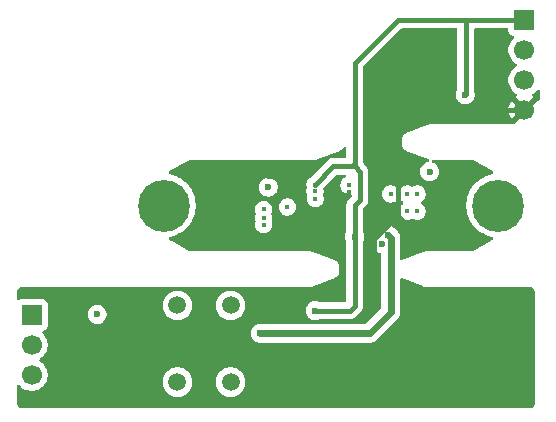
<source format=gbr>
%TF.GenerationSoftware,KiCad,Pcbnew,9.0.1*%
%TF.CreationDate,2025-06-23T13:00:01-04:00*%
%TF.ProjectId,Colossus_TI_rev_B,436f6c6f-7373-4757-935f-54495f726576,rev?*%
%TF.SameCoordinates,Original*%
%TF.FileFunction,Copper,L4,Bot*%
%TF.FilePolarity,Positive*%
%FSLAX46Y46*%
G04 Gerber Fmt 4.6, Leading zero omitted, Abs format (unit mm)*
G04 Created by KiCad (PCBNEW 9.0.1) date 2025-06-23 13:00:01*
%MOMM*%
%LPD*%
G01*
G04 APERTURE LIST*
%TA.AperFunction,ComponentPad*%
%ADD10C,1.507998*%
%TD*%
%TA.AperFunction,ComponentPad*%
%ADD11C,1.700000*%
%TD*%
%TA.AperFunction,ComponentPad*%
%ADD12R,1.700000X1.700000*%
%TD*%
%TA.AperFunction,ComponentPad*%
%ADD13C,0.700000*%
%TD*%
%TA.AperFunction,ComponentPad*%
%ADD14C,4.400000*%
%TD*%
%TA.AperFunction,ViaPad*%
%ADD15C,0.600000*%
%TD*%
%TA.AperFunction,ViaPad*%
%ADD16C,0.450000*%
%TD*%
%TA.AperFunction,Conductor*%
%ADD17C,0.400000*%
%TD*%
%TA.AperFunction,Conductor*%
%ADD18C,0.150000*%
%TD*%
%TA.AperFunction,Conductor*%
%ADD19C,0.600000*%
%TD*%
G04 APERTURE END LIST*
D10*
%TO.P,SW2,4*%
%TO.N,N/C*%
X89900000Y-75575000D03*
%TO.P,SW2,3*%
X89900000Y-82075002D03*
%TO.P,SW2,2,2*%
%TO.N,NRST*%
X85399999Y-75575000D03*
%TO.P,SW2,1,1*%
%TO.N,Net-(C10-Pad2)*%
X85399999Y-82075002D03*
%TD*%
D11*
%TO.P,J1,4,Pin_4*%
%TO.N,Vss*%
X114775000Y-59035000D03*
%TO.P,J1,3,Pin_3*%
%TO.N,SWDIO*%
X114775000Y-56495000D03*
%TO.P,J1,2,Pin_2*%
%TO.N,SWCLK*%
X114775000Y-53955000D03*
D12*
%TO.P,J1,1,Pin_1*%
%TO.N,Vdd*%
X114775000Y-51415000D03*
%TD*%
D11*
%TO.P,J6,3,Pin_3*%
%TO.N,A5*%
X73075000Y-81465000D03*
%TO.P,J6,2,Pin_2*%
%TO.N,A4*%
X73075000Y-78925000D03*
D12*
%TO.P,J6,1,Pin_1*%
%TO.N,A3*%
X73075000Y-76385000D03*
%TD*%
D13*
%TO.P,H1,1*%
%TO.N,N/C*%
X85900000Y-67125000D03*
X85416726Y-68291726D03*
X85416726Y-65958274D03*
X84250000Y-68775000D03*
D14*
X84250000Y-67125000D03*
D13*
X84250000Y-65475000D03*
X83083274Y-68291726D03*
X83083274Y-65958274D03*
X82600000Y-67125000D03*
%TD*%
%TO.P,H2,1*%
%TO.N,N/C*%
X114200000Y-67125000D03*
X113716726Y-68291726D03*
X113716726Y-65958274D03*
X112550000Y-68775000D03*
D14*
X112550000Y-67125000D03*
D13*
X112550000Y-65475000D03*
X111383274Y-68291726D03*
X111383274Y-65958274D03*
X110900000Y-67125000D03*
%TD*%
D15*
%TO.N,Strain Power*%
X93090000Y-65570000D03*
%TO.N,Vss*%
X90080000Y-63830000D03*
X94200000Y-69150000D03*
X93200000Y-64600000D03*
X87800000Y-66500000D03*
X92010000Y-65080000D03*
X78525000Y-81625000D03*
X106350000Y-70250000D03*
X89950000Y-68950000D03*
X102050000Y-75475000D03*
D16*
X99894613Y-66005387D03*
D15*
X102050000Y-69950000D03*
X106350000Y-69370000D03*
%TO.N,Vdd*%
X100400000Y-69750000D03*
D16*
X97050000Y-65888502D03*
D15*
X100400000Y-63800000D03*
D16*
X97050000Y-65350000D03*
D15*
X102741356Y-70350000D03*
X106750000Y-64250000D03*
X78600000Y-76350000D03*
X97050000Y-76020000D03*
X109775000Y-57750000D03*
%TO.N,NRST*%
X103243356Y-69643356D03*
X92400000Y-77950000D03*
D16*
%TO.N,SDATA*%
X92700000Y-67450000D03*
X104850000Y-66150000D03*
%TO.N,FSYNC*%
X92700000Y-68750000D03*
X104850000Y-67603366D03*
%TO.N,SCLK*%
X105700000Y-66150000D03*
X92700000Y-68150000D03*
%TO.N,24MHzClockOut*%
X103450000Y-66150000D03*
X94700000Y-67250000D03*
%TO.N,Mode Select*%
X105700000Y-67603366D03*
X97060000Y-66550000D03*
%TO.N,Strain Power*%
X99920000Y-65400000D03*
%TD*%
D17*
%TO.N,Vss*%
X105900000Y-69750000D02*
X105900000Y-69800000D01*
X102050000Y-69950000D02*
X102050000Y-74800000D01*
X104100000Y-68000000D02*
X104100000Y-60050000D01*
X102050000Y-74800000D02*
X102050000Y-75475000D01*
X105115000Y-59035000D02*
X114775000Y-59035000D01*
X104100000Y-60050000D02*
X105115000Y-59035000D01*
X105990000Y-69750000D02*
X106370000Y-69370000D01*
X105850000Y-69750000D02*
X105900000Y-69750000D01*
X104273485Y-68173485D02*
X105850000Y-69750000D01*
X105900000Y-69800000D02*
X106350000Y-70250000D01*
X104273485Y-68173485D02*
X104100000Y-68000000D01*
X103826515Y-68173485D02*
X102050000Y-69950000D01*
X104273485Y-68173485D02*
X103826515Y-68173485D01*
X105900000Y-69750000D02*
X105990000Y-69750000D01*
D18*
%TO.N,Vdd*%
X97050000Y-65888502D02*
X97061498Y-65888502D01*
D17*
X100400000Y-55075000D02*
X104060000Y-51415000D01*
X100005000Y-76020000D02*
X100400000Y-75625000D01*
X100850000Y-66673366D02*
X100400000Y-67123366D01*
X109800000Y-51415000D02*
X109800000Y-57725000D01*
X97050000Y-76020000D02*
X100005000Y-76020000D01*
X100400000Y-59650000D02*
X100400000Y-63800000D01*
X100850000Y-64250000D02*
X100400000Y-63800000D01*
X109800000Y-51415000D02*
X114775000Y-51415000D01*
X100850000Y-66602732D02*
X100850000Y-64250000D01*
X109800000Y-57725000D02*
X109775000Y-57750000D01*
X98600000Y-63800000D02*
X97050000Y-65350000D01*
X100400000Y-75625000D02*
X100400000Y-69750000D01*
X104060000Y-51415000D02*
X109800000Y-51415000D01*
X100400000Y-59650000D02*
X100400000Y-55075000D01*
D18*
X97061498Y-65888502D02*
X97100000Y-65850000D01*
D17*
X100400000Y-67123366D02*
X100400000Y-69750000D01*
X100400000Y-63800000D02*
X98600000Y-63800000D01*
D19*
%TO.N,NRST*%
X103469356Y-69869356D02*
X103243356Y-69643356D01*
X92400000Y-77950000D02*
X101690000Y-77950000D01*
X103469356Y-76170644D02*
X103469356Y-69869356D01*
X101690000Y-77950000D02*
X103469356Y-76170644D01*
%TD*%
%TA.AperFunction,Conductor*%
%TO.N,Vss*%
G36*
X109042539Y-52135185D02*
G01*
X109088294Y-52187989D01*
X109099500Y-52239500D01*
X109099500Y-57282479D01*
X109079815Y-57349518D01*
X109078602Y-57351370D01*
X109065609Y-57370814D01*
X109065602Y-57370827D01*
X109005264Y-57516498D01*
X109005261Y-57516510D01*
X108974500Y-57671153D01*
X108974500Y-57828846D01*
X109005261Y-57983489D01*
X109005264Y-57983501D01*
X109065602Y-58129172D01*
X109065609Y-58129185D01*
X109153210Y-58260288D01*
X109153213Y-58260292D01*
X109264707Y-58371786D01*
X109264711Y-58371789D01*
X109395814Y-58459390D01*
X109395827Y-58459397D01*
X109534369Y-58516782D01*
X109541503Y-58519737D01*
X109696153Y-58550499D01*
X109696156Y-58550500D01*
X109696158Y-58550500D01*
X109853844Y-58550500D01*
X109853845Y-58550499D01*
X110008497Y-58519737D01*
X110154179Y-58459394D01*
X110285289Y-58371789D01*
X110396789Y-58260289D01*
X110484394Y-58129179D01*
X110544737Y-57983497D01*
X110575500Y-57828842D01*
X110575500Y-57671158D01*
X110575500Y-57671155D01*
X110575499Y-57671153D01*
X110544739Y-57516511D01*
X110544736Y-57516501D01*
X110509939Y-57432492D01*
X110500500Y-57385040D01*
X110500500Y-52239500D01*
X110520185Y-52172461D01*
X110572989Y-52126706D01*
X110624500Y-52115500D01*
X113300501Y-52115500D01*
X113367540Y-52135185D01*
X113413295Y-52187989D01*
X113424501Y-52239500D01*
X113424501Y-52312876D01*
X113430908Y-52372483D01*
X113481202Y-52507328D01*
X113481206Y-52507335D01*
X113567452Y-52622544D01*
X113567455Y-52622547D01*
X113682664Y-52708793D01*
X113682671Y-52708797D01*
X113814082Y-52757810D01*
X113870016Y-52799681D01*
X113894433Y-52865145D01*
X113879582Y-52933418D01*
X113858431Y-52961673D01*
X113744889Y-53075215D01*
X113619951Y-53247179D01*
X113523444Y-53436585D01*
X113457753Y-53638760D01*
X113424500Y-53848713D01*
X113424500Y-54061286D01*
X113457753Y-54271239D01*
X113523444Y-54473414D01*
X113619951Y-54662820D01*
X113744890Y-54834786D01*
X113895213Y-54985109D01*
X114067182Y-55110050D01*
X114075946Y-55114516D01*
X114126742Y-55162491D01*
X114143536Y-55230312D01*
X114120998Y-55296447D01*
X114075946Y-55335484D01*
X114067182Y-55339949D01*
X113895213Y-55464890D01*
X113744890Y-55615213D01*
X113619951Y-55787179D01*
X113523444Y-55976585D01*
X113457753Y-56178760D01*
X113424500Y-56388713D01*
X113424500Y-56601286D01*
X113457753Y-56811239D01*
X113523444Y-57013414D01*
X113619951Y-57202820D01*
X113744890Y-57374786D01*
X113895213Y-57525109D01*
X114067179Y-57650048D01*
X114067181Y-57650049D01*
X114067184Y-57650051D01*
X114076493Y-57654794D01*
X114127290Y-57702766D01*
X114144087Y-57770587D01*
X114121552Y-57836722D01*
X114076505Y-57875760D01*
X114067446Y-57880376D01*
X114067440Y-57880380D01*
X114013282Y-57919727D01*
X114013282Y-57919728D01*
X114645591Y-58552037D01*
X114582007Y-58569075D01*
X114467993Y-58634901D01*
X114374901Y-58727993D01*
X114309075Y-58842007D01*
X114292037Y-58905591D01*
X113659728Y-58273282D01*
X113659727Y-58273282D01*
X113620380Y-58327439D01*
X113523904Y-58516782D01*
X113458242Y-58718869D01*
X113458242Y-58718872D01*
X113425000Y-58928753D01*
X113425000Y-59141246D01*
X113458242Y-59351127D01*
X113458242Y-59351130D01*
X113523904Y-59553217D01*
X113620375Y-59742550D01*
X113659728Y-59796716D01*
X114292037Y-59164408D01*
X114309075Y-59227993D01*
X114374901Y-59342007D01*
X114467993Y-59435099D01*
X114582007Y-59500925D01*
X114645590Y-59517962D01*
X114001522Y-60162029D01*
X113996384Y-60186488D01*
X113947331Y-60236243D01*
X113887091Y-60251836D01*
X106844820Y-60249513D01*
X106835948Y-60249510D01*
X106806155Y-60245218D01*
X106770343Y-60249488D01*
X106762945Y-60249486D01*
X106762944Y-60249485D01*
X106734293Y-60249478D01*
X106734273Y-60249478D01*
X106734272Y-60249478D01*
X106734268Y-60249478D01*
X106713751Y-60254968D01*
X106696395Y-60258308D01*
X106675303Y-60260825D01*
X106675298Y-60260826D01*
X106648673Y-60271476D01*
X106634680Y-60276128D01*
X106625432Y-60278603D01*
X106606967Y-60283544D01*
X106588564Y-60294161D01*
X106572655Y-60301882D01*
X104773578Y-61021513D01*
X104773577Y-61021513D01*
X104766734Y-61024251D01*
X104731814Y-61033608D01*
X104705814Y-61048617D01*
X104697568Y-61051916D01*
X104697569Y-61051916D01*
X104677938Y-61059769D01*
X104677936Y-61059771D01*
X104654891Y-61077011D01*
X104642618Y-61085104D01*
X104617686Y-61099499D01*
X104617683Y-61099502D01*
X104602739Y-61114445D01*
X104589349Y-61126044D01*
X104572425Y-61138706D01*
X104572416Y-61138714D01*
X104554614Y-61161337D01*
X104554613Y-61161336D01*
X104550049Y-61167135D01*
X104524500Y-61192686D01*
X104509494Y-61218675D01*
X104503995Y-61225664D01*
X104503995Y-61225665D01*
X104490925Y-61242276D01*
X104479585Y-61268735D01*
X104473001Y-61281883D01*
X104458608Y-61306813D01*
X104458607Y-61306815D01*
X104453135Y-61327228D01*
X104453136Y-61327229D01*
X104450833Y-61335820D01*
X104439012Y-61363408D01*
X104433856Y-61399183D01*
X104431949Y-61406303D01*
X104424501Y-61434100D01*
X104424500Y-61434109D01*
X104424500Y-61455235D01*
X104423233Y-61472918D01*
X104420217Y-61493844D01*
X104420217Y-61493845D01*
X104423627Y-61522425D01*
X104424500Y-61537112D01*
X104424500Y-61973602D01*
X104420345Y-62012884D01*
X104424500Y-62039228D01*
X104424500Y-62065897D01*
X104433028Y-62097723D01*
X104435738Y-62110494D01*
X104440873Y-62143052D01*
X104440875Y-62143058D01*
X104446066Y-62154737D01*
X104451705Y-62167425D01*
X104458608Y-62193186D01*
X104478353Y-62227386D01*
X104481008Y-62233359D01*
X104481011Y-62233365D01*
X104494399Y-62263486D01*
X104494399Y-62263487D01*
X104505054Y-62276663D01*
X104505055Y-62276663D01*
X104510960Y-62283965D01*
X104511166Y-62284219D01*
X104524500Y-62307314D01*
X104552427Y-62335241D01*
X104556537Y-62340323D01*
X104563958Y-62349500D01*
X104577266Y-62365955D01*
X104598829Y-62381643D01*
X104617686Y-62400500D01*
X104651892Y-62420248D01*
X104683831Y-62443486D01*
X104699648Y-62449569D01*
X104699650Y-62449570D01*
X104708722Y-62453059D01*
X104731814Y-62466392D01*
X104769964Y-62476614D01*
X106649651Y-63199569D01*
X106667127Y-63207912D01*
X106681814Y-63216392D01*
X106681815Y-63216392D01*
X106688858Y-63220459D01*
X106688080Y-63221804D01*
X106735292Y-63259843D01*
X106757363Y-63326135D01*
X106740089Y-63393836D01*
X106688956Y-63441451D01*
X106657634Y-63452189D01*
X106516508Y-63480261D01*
X106516498Y-63480264D01*
X106370827Y-63540602D01*
X106370814Y-63540609D01*
X106239711Y-63628210D01*
X106239707Y-63628213D01*
X106128213Y-63739707D01*
X106128210Y-63739711D01*
X106040609Y-63870814D01*
X106040602Y-63870827D01*
X105980264Y-64016498D01*
X105980261Y-64016510D01*
X105949500Y-64171153D01*
X105949500Y-64328846D01*
X105980261Y-64483489D01*
X105980264Y-64483501D01*
X106040602Y-64629172D01*
X106040609Y-64629185D01*
X106128210Y-64760288D01*
X106128213Y-64760292D01*
X106239707Y-64871786D01*
X106239711Y-64871789D01*
X106370814Y-64959390D01*
X106370827Y-64959397D01*
X106484176Y-65006347D01*
X106516503Y-65019737D01*
X106671153Y-65050499D01*
X106671156Y-65050500D01*
X106671158Y-65050500D01*
X106828844Y-65050500D01*
X106828845Y-65050499D01*
X106983497Y-65019737D01*
X107129179Y-64959394D01*
X107260289Y-64871789D01*
X107371789Y-64760289D01*
X107459394Y-64629179D01*
X107519737Y-64483497D01*
X107550500Y-64328842D01*
X107550500Y-64171158D01*
X107550500Y-64171155D01*
X107550499Y-64171153D01*
X107519738Y-64016510D01*
X107519737Y-64016503D01*
X107479016Y-63918192D01*
X107459397Y-63870827D01*
X107459390Y-63870814D01*
X107371789Y-63739711D01*
X107371786Y-63739707D01*
X107260292Y-63628213D01*
X107260288Y-63628210D01*
X107129185Y-63540609D01*
X107129172Y-63540602D01*
X107004738Y-63489061D01*
X106950334Y-63445221D01*
X106928269Y-63378926D01*
X106945548Y-63311227D01*
X106996685Y-63263616D01*
X107052190Y-63250500D01*
X110332048Y-63250500D01*
X110394246Y-63267227D01*
X112076799Y-64242790D01*
X112124921Y-64293446D01*
X112138018Y-64362078D01*
X112111930Y-64426894D01*
X112054941Y-64467318D01*
X112042194Y-64470954D01*
X111801229Y-64525953D01*
X111801216Y-64525957D01*
X111514931Y-64626133D01*
X111241661Y-64757733D01*
X110984837Y-64919107D01*
X110747696Y-65108220D01*
X110533220Y-65322696D01*
X110344107Y-65559837D01*
X110182733Y-65816661D01*
X110051133Y-66089931D01*
X109950957Y-66376216D01*
X109950953Y-66376228D01*
X109883460Y-66671937D01*
X109883457Y-66671951D01*
X109849500Y-66973336D01*
X109849500Y-67276663D01*
X109883457Y-67578048D01*
X109883459Y-67578060D01*
X109883460Y-67578063D01*
X109887020Y-67593659D01*
X109950953Y-67873771D01*
X109950957Y-67873783D01*
X110051133Y-68160068D01*
X110182733Y-68433338D01*
X110207037Y-68472018D01*
X110344108Y-68690164D01*
X110533221Y-68927304D01*
X110747696Y-69141779D01*
X110984836Y-69330892D01*
X111241659Y-69492265D01*
X111514935Y-69623868D01*
X111729951Y-69699105D01*
X111801216Y-69724042D01*
X111801228Y-69724046D01*
X112041423Y-69778869D01*
X112102401Y-69812978D01*
X112135259Y-69874639D01*
X112129564Y-69944276D01*
X112087124Y-69999780D01*
X112076055Y-70007017D01*
X111348962Y-70428842D01*
X110413099Y-70971786D01*
X110394188Y-70982757D01*
X110331963Y-70999500D01*
X106489228Y-70999500D01*
X106462884Y-70995345D01*
X106423602Y-70999500D01*
X106384105Y-70999500D01*
X106367734Y-71003887D01*
X106367733Y-71003887D01*
X106358344Y-71006402D01*
X106331831Y-71009207D01*
X106294986Y-71023377D01*
X106288670Y-71025070D01*
X106288660Y-71025074D01*
X106256810Y-71033609D01*
X106242131Y-71042084D01*
X106224646Y-71050431D01*
X104438369Y-71737460D01*
X104368732Y-71743153D01*
X104307071Y-71710294D01*
X104272964Y-71649315D01*
X104269856Y-71621725D01*
X104269856Y-69790512D01*
X104253328Y-69707426D01*
X104253328Y-69707425D01*
X104239093Y-69635859D01*
X104221264Y-69592816D01*
X104178750Y-69490177D01*
X104178749Y-69490175D01*
X104178748Y-69490173D01*
X104091146Y-69359068D01*
X104045607Y-69313529D01*
X103979645Y-69247567D01*
X103873857Y-69141779D01*
X103753648Y-69021569D01*
X103753644Y-69021566D01*
X103622541Y-68933965D01*
X103622528Y-68933958D01*
X103476857Y-68873620D01*
X103476845Y-68873617D01*
X103322201Y-68842856D01*
X103322198Y-68842856D01*
X103164514Y-68842856D01*
X103164511Y-68842856D01*
X103009866Y-68873617D01*
X103009854Y-68873620D01*
X102864183Y-68933958D01*
X102864170Y-68933965D01*
X102733067Y-69021566D01*
X102733063Y-69021569D01*
X102621569Y-69133063D01*
X102621566Y-69133067D01*
X102533965Y-69264170D01*
X102533958Y-69264183D01*
X102473620Y-69409854D01*
X102473617Y-69409864D01*
X102446535Y-69546013D01*
X102414150Y-69607924D01*
X102372379Y-69636379D01*
X102362179Y-69640604D01*
X102362174Y-69640607D01*
X102231071Y-69728207D01*
X102231063Y-69728213D01*
X102119569Y-69839707D01*
X102119566Y-69839711D01*
X102031965Y-69970814D01*
X102031958Y-69970827D01*
X101971620Y-70116498D01*
X101971617Y-70116510D01*
X101940856Y-70271153D01*
X101940856Y-70428846D01*
X101971617Y-70583489D01*
X101971620Y-70583501D01*
X102031958Y-70729172D01*
X102031965Y-70729185D01*
X102119566Y-70860288D01*
X102119569Y-70860292D01*
X102231063Y-70971786D01*
X102231067Y-70971789D01*
X102362170Y-71059390D01*
X102362183Y-71059397D01*
X102507854Y-71119735D01*
X102507859Y-71119737D01*
X102569048Y-71131908D01*
X102630958Y-71164292D01*
X102665532Y-71225007D01*
X102668856Y-71253525D01*
X102668856Y-75787704D01*
X102649171Y-75854743D01*
X102632537Y-75875385D01*
X101394741Y-77113181D01*
X101333418Y-77146666D01*
X101307060Y-77149500D01*
X92321155Y-77149500D01*
X92166510Y-77180261D01*
X92166498Y-77180264D01*
X92020827Y-77240602D01*
X92020814Y-77240609D01*
X91889711Y-77328210D01*
X91889707Y-77328213D01*
X91778213Y-77439707D01*
X91778210Y-77439711D01*
X91690609Y-77570814D01*
X91690602Y-77570827D01*
X91630264Y-77716498D01*
X91630261Y-77716510D01*
X91599500Y-77871153D01*
X91599500Y-78028846D01*
X91630261Y-78183489D01*
X91630264Y-78183501D01*
X91690602Y-78329172D01*
X91690609Y-78329185D01*
X91778210Y-78460288D01*
X91778213Y-78460292D01*
X91889707Y-78571786D01*
X91889711Y-78571789D01*
X92020814Y-78659390D01*
X92020827Y-78659397D01*
X92166498Y-78719735D01*
X92166503Y-78719737D01*
X92321153Y-78750499D01*
X92321156Y-78750500D01*
X92321158Y-78750500D01*
X101768844Y-78750500D01*
X101768845Y-78750499D01*
X101923497Y-78719737D01*
X102069179Y-78659394D01*
X102200289Y-78571789D01*
X104091144Y-76680934D01*
X104106383Y-76658127D01*
X104178750Y-76549823D01*
X104239093Y-76404141D01*
X104269856Y-76249486D01*
X104269856Y-73380148D01*
X104289541Y-73313109D01*
X104342345Y-73267354D01*
X104411503Y-73257410D01*
X104439903Y-73265015D01*
X106155811Y-73951379D01*
X106181814Y-73966392D01*
X106216736Y-73975749D01*
X106223581Y-73978487D01*
X106250295Y-73989173D01*
X106250298Y-73989174D01*
X106280108Y-73992729D01*
X106309108Y-74000500D01*
X106345255Y-74000500D01*
X106371044Y-74003576D01*
X106381154Y-74004782D01*
X106381154Y-74004781D01*
X106381155Y-74004782D01*
X106402081Y-74001766D01*
X106419764Y-74000500D01*
X115084108Y-74000500D01*
X115143038Y-74000500D01*
X115156922Y-74001280D01*
X115161244Y-74001767D01*
X115247266Y-74011459D01*
X115274331Y-74017636D01*
X115353540Y-74045352D01*
X115378553Y-74057398D01*
X115449606Y-74102043D01*
X115471313Y-74119355D01*
X115530644Y-74178686D01*
X115547957Y-74200395D01*
X115592600Y-74271444D01*
X115604648Y-74296462D01*
X115632362Y-74375666D01*
X115638540Y-74402735D01*
X115648720Y-74493076D01*
X115649500Y-74506631D01*
X115649500Y-74565892D01*
X115649659Y-74566488D01*
X115649682Y-74575050D01*
X115649680Y-74575054D01*
X115649682Y-74575075D01*
X115672373Y-83795798D01*
X115671593Y-83809985D01*
X115661434Y-83900157D01*
X115655256Y-83927229D01*
X115627542Y-84006433D01*
X115615494Y-84031451D01*
X115570851Y-84102500D01*
X115553538Y-84124209D01*
X115494209Y-84183538D01*
X115472500Y-84200851D01*
X115401451Y-84245494D01*
X115376433Y-84257542D01*
X115297229Y-84285256D01*
X115270158Y-84291434D01*
X115179828Y-84301611D01*
X115165937Y-84302391D01*
X72394498Y-84299570D01*
X72394377Y-84299570D01*
X72386122Y-84299561D01*
X72385892Y-84299500D01*
X72326833Y-84299500D01*
X72326802Y-84299491D01*
X72313078Y-84298720D01*
X72300553Y-84297308D01*
X72222735Y-84288540D01*
X72195666Y-84282362D01*
X72116462Y-84254648D01*
X72091444Y-84242600D01*
X72020395Y-84197957D01*
X71998686Y-84180644D01*
X71939355Y-84121313D01*
X71922042Y-84099604D01*
X71877399Y-84028555D01*
X71865351Y-84003537D01*
X71838650Y-83927229D01*
X71837636Y-83924331D01*
X71831459Y-83897263D01*
X71821280Y-83806926D01*
X71820500Y-83793334D01*
X71820500Y-83734108D01*
X71820359Y-83733584D01*
X71820345Y-83727992D01*
X71817519Y-82413732D01*
X71837060Y-82346654D01*
X71889765Y-82300786D01*
X71958902Y-82290693D01*
X72022520Y-82319582D01*
X72041833Y-82340578D01*
X72044890Y-82344786D01*
X72195213Y-82495109D01*
X72367179Y-82620048D01*
X72367181Y-82620049D01*
X72367184Y-82620051D01*
X72556588Y-82716557D01*
X72758757Y-82782246D01*
X72968713Y-82815500D01*
X72968714Y-82815500D01*
X73181286Y-82815500D01*
X73181287Y-82815500D01*
X73391243Y-82782246D01*
X73593412Y-82716557D01*
X73782816Y-82620051D01*
X73804789Y-82604086D01*
X73954786Y-82495109D01*
X73954788Y-82495106D01*
X73954792Y-82495104D01*
X74105104Y-82344792D01*
X74105106Y-82344788D01*
X74105109Y-82344786D01*
X74230048Y-82172820D01*
X74230047Y-82172820D01*
X74230051Y-82172816D01*
X74326557Y-81983412D01*
X74328879Y-81976265D01*
X84145500Y-81976265D01*
X84145500Y-82173738D01*
X84176389Y-82368765D01*
X84237410Y-82556566D01*
X84318929Y-82716555D01*
X84327055Y-82732503D01*
X84443121Y-82892253D01*
X84582748Y-83031880D01*
X84742498Y-83147946D01*
X84825623Y-83190300D01*
X84918434Y-83237590D01*
X84918436Y-83237590D01*
X84918439Y-83237592D01*
X85019102Y-83270299D01*
X85106235Y-83298611D01*
X85301263Y-83329501D01*
X85301268Y-83329501D01*
X85498735Y-83329501D01*
X85693762Y-83298611D01*
X85881559Y-83237592D01*
X86057500Y-83147946D01*
X86217250Y-83031880D01*
X86356877Y-82892253D01*
X86472943Y-82732503D01*
X86562589Y-82556562D01*
X86623608Y-82368765D01*
X86634375Y-82300786D01*
X86654498Y-82173738D01*
X86654498Y-81976265D01*
X88645501Y-81976265D01*
X88645501Y-82173738D01*
X88676390Y-82368765D01*
X88737411Y-82556566D01*
X88818930Y-82716555D01*
X88827056Y-82732503D01*
X88943122Y-82892253D01*
X89082749Y-83031880D01*
X89242499Y-83147946D01*
X89325624Y-83190300D01*
X89418435Y-83237590D01*
X89418437Y-83237590D01*
X89418440Y-83237592D01*
X89519103Y-83270299D01*
X89606236Y-83298611D01*
X89801264Y-83329501D01*
X89801269Y-83329501D01*
X89998736Y-83329501D01*
X90193763Y-83298611D01*
X90381560Y-83237592D01*
X90557501Y-83147946D01*
X90717251Y-83031880D01*
X90856878Y-82892253D01*
X90972944Y-82732503D01*
X91062590Y-82556562D01*
X91123609Y-82368765D01*
X91134376Y-82300786D01*
X91154499Y-82173738D01*
X91154499Y-81976265D01*
X91123609Y-81781238D01*
X91062588Y-81593437D01*
X90972943Y-81417500D01*
X90856878Y-81257751D01*
X90717251Y-81118124D01*
X90557501Y-81002058D01*
X90381564Y-80912413D01*
X90193763Y-80851392D01*
X89998736Y-80820503D01*
X89998731Y-80820503D01*
X89801269Y-80820503D01*
X89801264Y-80820503D01*
X89606236Y-80851392D01*
X89418435Y-80912413D01*
X89242498Y-81002058D01*
X89082747Y-81118125D01*
X88943123Y-81257749D01*
X88827056Y-81417500D01*
X88737411Y-81593437D01*
X88676390Y-81781238D01*
X88645501Y-81976265D01*
X86654498Y-81976265D01*
X86623608Y-81781238D01*
X86562587Y-81593437D01*
X86472942Y-81417500D01*
X86356877Y-81257751D01*
X86217250Y-81118124D01*
X86057500Y-81002058D01*
X85881563Y-80912413D01*
X85693762Y-80851392D01*
X85498735Y-80820503D01*
X85498730Y-80820503D01*
X85301268Y-80820503D01*
X85301263Y-80820503D01*
X85106235Y-80851392D01*
X84918434Y-80912413D01*
X84742497Y-81002058D01*
X84582746Y-81118125D01*
X84443122Y-81257749D01*
X84327055Y-81417500D01*
X84237410Y-81593437D01*
X84176389Y-81781238D01*
X84145500Y-81976265D01*
X74328879Y-81976265D01*
X74392246Y-81781243D01*
X74425500Y-81571287D01*
X74425500Y-81358713D01*
X74392246Y-81148757D01*
X74326557Y-80946588D01*
X74230051Y-80757184D01*
X74230049Y-80757181D01*
X74230048Y-80757179D01*
X74105109Y-80585213D01*
X73954786Y-80434890D01*
X73782820Y-80309951D01*
X73782115Y-80309591D01*
X73774054Y-80305485D01*
X73723259Y-80257512D01*
X73706463Y-80189692D01*
X73728999Y-80123556D01*
X73774054Y-80084515D01*
X73782816Y-80080051D01*
X73804789Y-80064086D01*
X73954786Y-79955109D01*
X73954788Y-79955106D01*
X73954792Y-79955104D01*
X74105104Y-79804792D01*
X74105106Y-79804788D01*
X74105109Y-79804786D01*
X74230048Y-79632820D01*
X74230047Y-79632820D01*
X74230051Y-79632816D01*
X74326557Y-79443412D01*
X74392246Y-79241243D01*
X74425500Y-79031287D01*
X74425500Y-78818713D01*
X74392246Y-78608757D01*
X74326557Y-78406588D01*
X74230051Y-78217184D01*
X74230049Y-78217181D01*
X74230048Y-78217179D01*
X74105109Y-78045213D01*
X73991569Y-77931673D01*
X73958084Y-77870350D01*
X73963068Y-77800658D01*
X74004940Y-77744725D01*
X74035915Y-77727810D01*
X74167331Y-77678796D01*
X74282546Y-77592546D01*
X74368796Y-77477331D01*
X74419091Y-77342483D01*
X74425500Y-77282873D01*
X74425499Y-76271153D01*
X77799500Y-76271153D01*
X77799500Y-76428846D01*
X77830261Y-76583489D01*
X77830264Y-76583501D01*
X77890602Y-76729172D01*
X77890609Y-76729185D01*
X77978210Y-76860288D01*
X77978213Y-76860292D01*
X78089707Y-76971786D01*
X78089711Y-76971789D01*
X78220814Y-77059390D01*
X78220827Y-77059397D01*
X78350675Y-77113181D01*
X78366503Y-77119737D01*
X78516131Y-77149500D01*
X78521153Y-77150499D01*
X78521156Y-77150500D01*
X78521158Y-77150500D01*
X78678844Y-77150500D01*
X78678845Y-77150499D01*
X78833497Y-77119737D01*
X78979179Y-77059394D01*
X79110289Y-76971789D01*
X79221789Y-76860289D01*
X79309394Y-76729179D01*
X79369737Y-76583497D01*
X79400500Y-76428842D01*
X79400500Y-76271158D01*
X79400500Y-76271155D01*
X79400499Y-76271153D01*
X79396190Y-76249490D01*
X79369737Y-76116503D01*
X79362422Y-76098842D01*
X79309397Y-75970827D01*
X79309390Y-75970814D01*
X79221789Y-75839711D01*
X79221786Y-75839707D01*
X79110292Y-75728213D01*
X79110288Y-75728210D01*
X78979185Y-75640609D01*
X78979172Y-75640602D01*
X78847251Y-75585959D01*
X78847248Y-75585959D01*
X78833497Y-75580263D01*
X78833492Y-75580262D01*
X78833489Y-75580261D01*
X78678845Y-75549500D01*
X78678842Y-75549500D01*
X78521158Y-75549500D01*
X78521155Y-75549500D01*
X78366510Y-75580261D01*
X78366498Y-75580264D01*
X78220827Y-75640602D01*
X78220814Y-75640609D01*
X78089711Y-75728210D01*
X78089707Y-75728213D01*
X77978213Y-75839707D01*
X77978210Y-75839711D01*
X77890609Y-75970814D01*
X77890602Y-75970827D01*
X77830264Y-76116498D01*
X77830261Y-76116510D01*
X77799500Y-76271153D01*
X74425499Y-76271153D01*
X74425499Y-75487128D01*
X74424331Y-75476263D01*
X84145500Y-75476263D01*
X84145500Y-75673736D01*
X84176389Y-75868763D01*
X84237410Y-76056564D01*
X84327055Y-76232501D01*
X84443121Y-76392251D01*
X84582748Y-76531878D01*
X84742498Y-76647944D01*
X84807243Y-76680933D01*
X84918434Y-76737588D01*
X84918436Y-76737588D01*
X84918439Y-76737590D01*
X85019102Y-76770297D01*
X85106235Y-76798609D01*
X85301263Y-76829499D01*
X85301268Y-76829499D01*
X85498735Y-76829499D01*
X85693762Y-76798609D01*
X85721073Y-76789735D01*
X85881559Y-76737590D01*
X86057500Y-76647944D01*
X86217250Y-76531878D01*
X86356877Y-76392251D01*
X86472943Y-76232501D01*
X86562589Y-76056560D01*
X86623608Y-75868763D01*
X86629854Y-75829329D01*
X86654498Y-75673736D01*
X86654498Y-75476263D01*
X88645501Y-75476263D01*
X88645501Y-75673736D01*
X88676390Y-75868763D01*
X88737411Y-76056564D01*
X88827056Y-76232501D01*
X88943122Y-76392251D01*
X89082749Y-76531878D01*
X89242499Y-76647944D01*
X89307244Y-76680933D01*
X89418435Y-76737588D01*
X89418437Y-76737588D01*
X89418440Y-76737590D01*
X89519103Y-76770297D01*
X89606236Y-76798609D01*
X89801264Y-76829499D01*
X89801269Y-76829499D01*
X89998736Y-76829499D01*
X90193763Y-76798609D01*
X90221074Y-76789735D01*
X90381560Y-76737590D01*
X90557501Y-76647944D01*
X90717251Y-76531878D01*
X90856878Y-76392251D01*
X90972944Y-76232501D01*
X91062590Y-76056560D01*
X91123609Y-75868763D01*
X91129855Y-75829329D01*
X91154499Y-75673736D01*
X91154499Y-75476263D01*
X91123609Y-75281236D01*
X91062588Y-75093435D01*
X90972943Y-74917498D01*
X90856878Y-74757749D01*
X90717251Y-74618122D01*
X90557501Y-74502056D01*
X90539596Y-74492933D01*
X90381564Y-74412411D01*
X90193763Y-74351390D01*
X89998736Y-74320501D01*
X89998731Y-74320501D01*
X89801269Y-74320501D01*
X89801264Y-74320501D01*
X89606236Y-74351390D01*
X89418435Y-74412411D01*
X89242498Y-74502056D01*
X89082747Y-74618123D01*
X88943123Y-74757747D01*
X88827056Y-74917498D01*
X88737411Y-75093435D01*
X88676390Y-75281236D01*
X88645501Y-75476263D01*
X86654498Y-75476263D01*
X86623608Y-75281236D01*
X86562587Y-75093435D01*
X86472942Y-74917498D01*
X86356877Y-74757749D01*
X86217250Y-74618122D01*
X86057500Y-74502056D01*
X86039595Y-74492933D01*
X85881563Y-74412411D01*
X85693762Y-74351390D01*
X85498735Y-74320501D01*
X85498730Y-74320501D01*
X85301268Y-74320501D01*
X85301263Y-74320501D01*
X85106235Y-74351390D01*
X84918434Y-74412411D01*
X84742497Y-74502056D01*
X84582746Y-74618123D01*
X84443122Y-74757747D01*
X84327055Y-74917498D01*
X84237410Y-75093435D01*
X84176389Y-75281236D01*
X84145500Y-75476263D01*
X74424331Y-75476263D01*
X74419091Y-75427517D01*
X74408161Y-75398213D01*
X74368797Y-75292671D01*
X74368793Y-75292664D01*
X74282547Y-75177455D01*
X74282544Y-75177452D01*
X74167335Y-75091206D01*
X74167328Y-75091202D01*
X74032482Y-75040908D01*
X74032483Y-75040908D01*
X73972883Y-75034501D01*
X73972881Y-75034500D01*
X73972873Y-75034500D01*
X73972864Y-75034500D01*
X72177129Y-75034500D01*
X72177123Y-75034501D01*
X72117516Y-75040908D01*
X71974359Y-75094303D01*
X71973654Y-75092414D01*
X71916666Y-75104800D01*
X71851206Y-75080371D01*
X71809345Y-75024430D01*
X71801535Y-74981389D01*
X71800516Y-74507078D01*
X71801296Y-74492933D01*
X71811459Y-74402736D01*
X71811460Y-74402729D01*
X71817635Y-74375670D01*
X71845353Y-74296456D01*
X71857396Y-74271450D01*
X71902046Y-74200389D01*
X71919351Y-74178690D01*
X71978690Y-74119351D01*
X72000389Y-74102046D01*
X72071450Y-74057396D01*
X72096456Y-74045353D01*
X72175670Y-74017635D01*
X72202733Y-74011459D01*
X72265419Y-74004396D01*
X72293079Y-74001280D01*
X72306962Y-74000500D01*
X72365892Y-74000500D01*
X96664126Y-74000500D01*
X96693845Y-74004782D01*
X96729745Y-74000500D01*
X96765892Y-74000500D01*
X96786304Y-73995029D01*
X96803707Y-73991677D01*
X96824702Y-73989174D01*
X96851434Y-73978480D01*
X96865372Y-73973844D01*
X96893186Y-73966392D01*
X96911491Y-73955822D01*
X96927437Y-73948079D01*
X98733265Y-73225748D01*
X98768186Y-73216392D01*
X98794187Y-73201380D01*
X98822060Y-73190231D01*
X98851006Y-73168575D01*
X98882314Y-73150500D01*
X98903539Y-73129274D01*
X98910660Y-73123947D01*
X98927577Y-73111292D01*
X98927580Y-73111289D01*
X98927579Y-73111289D01*
X98927583Y-73111287D01*
X98949941Y-73082872D01*
X98975500Y-73057314D01*
X98990510Y-73031315D01*
X99009076Y-73007721D01*
X99023316Y-72974493D01*
X99041392Y-72943186D01*
X99049161Y-72914188D01*
X99060989Y-72886592D01*
X99066144Y-72850805D01*
X99075500Y-72815892D01*
X99075500Y-72785875D01*
X99079782Y-72756155D01*
X99076373Y-72727572D01*
X99075500Y-72712886D01*
X99075500Y-72276391D01*
X99079654Y-72237116D01*
X99075500Y-72210776D01*
X99075500Y-72184108D01*
X99065276Y-72145954D01*
X99059124Y-72106941D01*
X99048294Y-72082574D01*
X99041392Y-72056814D01*
X99021641Y-72022605D01*
X99005601Y-71986514D01*
X98988833Y-71965780D01*
X98975500Y-71942686D01*
X98952197Y-71919383D01*
X98943461Y-71909674D01*
X98922740Y-71884051D01*
X98922735Y-71884047D01*
X98922734Y-71884045D01*
X98909024Y-71874070D01*
X98909024Y-71874069D01*
X98901166Y-71868352D01*
X98882314Y-71849500D01*
X98848107Y-71829751D01*
X98842817Y-71825902D01*
X98842817Y-71825901D01*
X98816175Y-71806518D01*
X98816172Y-71806516D01*
X98816169Y-71806514D01*
X98816166Y-71806513D01*
X98816163Y-71806511D01*
X98800349Y-71800429D01*
X98782867Y-71792084D01*
X98778576Y-71789607D01*
X98768186Y-71783608D01*
X98768183Y-71783607D01*
X98758994Y-71781144D01*
X98736346Y-71775076D01*
X98723935Y-71771039D01*
X98651431Y-71743153D01*
X98259602Y-71592449D01*
X96850353Y-71050431D01*
X96841280Y-71046941D01*
X96818186Y-71033608D01*
X96780034Y-71023385D01*
X96773939Y-71021041D01*
X96773929Y-71021038D01*
X96743166Y-71009206D01*
X96726313Y-71007424D01*
X96707265Y-71003887D01*
X96690893Y-70999500D01*
X96690892Y-70999500D01*
X96657937Y-70999500D01*
X96644894Y-70998812D01*
X96612120Y-70995345D01*
X96612112Y-70995345D01*
X96595371Y-70997986D01*
X96576053Y-70999500D01*
X86468592Y-70999500D01*
X86406189Y-70982653D01*
X84918910Y-70116498D01*
X84728776Y-70005768D01*
X84680751Y-69955021D01*
X84667787Y-69886365D01*
X84693998Y-69821598D01*
X84751065Y-69781284D01*
X84763579Y-69777727D01*
X84998772Y-69724046D01*
X85285065Y-69623868D01*
X85558341Y-69492265D01*
X85815164Y-69330892D01*
X86052304Y-69141779D01*
X86266779Y-68927304D01*
X86455892Y-68690164D01*
X86617265Y-68433341D01*
X86748868Y-68160065D01*
X86849046Y-67873772D01*
X86916540Y-67578063D01*
X86919336Y-67553254D01*
X86922919Y-67521457D01*
X91974499Y-67521457D01*
X92002379Y-67661614D01*
X92002382Y-67661624D01*
X92040044Y-67752548D01*
X92047513Y-67822017D01*
X92040044Y-67847452D01*
X92002382Y-67938375D01*
X92002379Y-67938385D01*
X91974500Y-68078542D01*
X91974500Y-68078545D01*
X91974500Y-68221455D01*
X91974500Y-68221457D01*
X91974499Y-68221457D01*
X92002379Y-68361614D01*
X92002381Y-68361619D01*
X92019334Y-68402549D01*
X92026802Y-68472018D01*
X92019334Y-68497451D01*
X92002381Y-68538380D01*
X92002379Y-68538385D01*
X91974500Y-68678542D01*
X91974500Y-68678545D01*
X91974500Y-68821455D01*
X91974500Y-68821457D01*
X91974499Y-68821457D01*
X92002379Y-68961614D01*
X92002381Y-68961620D01*
X92057069Y-69093650D01*
X92057074Y-69093659D01*
X92136467Y-69212478D01*
X92136470Y-69212482D01*
X92237517Y-69313529D01*
X92237521Y-69313532D01*
X92356340Y-69392925D01*
X92356346Y-69392928D01*
X92356347Y-69392929D01*
X92488380Y-69447619D01*
X92488384Y-69447619D01*
X92488385Y-69447620D01*
X92628542Y-69475500D01*
X92628545Y-69475500D01*
X92771457Y-69475500D01*
X92865751Y-69456742D01*
X92911620Y-69447619D01*
X93043653Y-69392929D01*
X93162479Y-69313532D01*
X93263532Y-69212479D01*
X93342929Y-69093653D01*
X93397619Y-68961620D01*
X93425500Y-68821455D01*
X93425500Y-68678545D01*
X93425500Y-68678542D01*
X93397620Y-68538385D01*
X93397619Y-68538384D01*
X93397619Y-68538380D01*
X93380665Y-68497452D01*
X93373197Y-68427984D01*
X93380666Y-68402547D01*
X93397619Y-68361620D01*
X93409680Y-68300985D01*
X93425500Y-68221457D01*
X93425500Y-68078542D01*
X93397620Y-67938385D01*
X93397619Y-67938384D01*
X93397619Y-67938380D01*
X93359954Y-67847450D01*
X93352486Y-67777984D01*
X93359955Y-67752548D01*
X93397619Y-67661620D01*
X93425500Y-67521455D01*
X93425500Y-67378545D01*
X93425500Y-67378542D01*
X93414145Y-67321457D01*
X93974499Y-67321457D01*
X94002379Y-67461614D01*
X94002381Y-67461620D01*
X94057069Y-67593650D01*
X94057074Y-67593659D01*
X94136467Y-67712478D01*
X94136470Y-67712482D01*
X94237517Y-67813529D01*
X94237521Y-67813532D01*
X94356340Y-67892925D01*
X94356346Y-67892928D01*
X94356347Y-67892929D01*
X94488380Y-67947619D01*
X94488384Y-67947619D01*
X94488385Y-67947620D01*
X94628542Y-67975500D01*
X94628545Y-67975500D01*
X94771457Y-67975500D01*
X94865751Y-67956742D01*
X94911620Y-67947619D01*
X95043653Y-67892929D01*
X95162479Y-67813532D01*
X95263532Y-67712479D01*
X95342929Y-67593653D01*
X95397619Y-67461620D01*
X95418117Y-67358570D01*
X95425500Y-67321457D01*
X95425500Y-67178542D01*
X95397620Y-67038385D01*
X95397619Y-67038384D01*
X95397619Y-67038380D01*
X95342929Y-66906347D01*
X95342928Y-66906346D01*
X95342925Y-66906340D01*
X95263532Y-66787521D01*
X95263529Y-66787517D01*
X95162482Y-66686470D01*
X95162478Y-66686467D01*
X95043659Y-66607074D01*
X95043650Y-66607069D01*
X94911620Y-66552381D01*
X94911614Y-66552379D01*
X94771457Y-66524500D01*
X94771455Y-66524500D01*
X94628545Y-66524500D01*
X94628543Y-66524500D01*
X94488385Y-66552379D01*
X94488379Y-66552381D01*
X94356349Y-66607069D01*
X94356340Y-66607074D01*
X94237521Y-66686467D01*
X94237517Y-66686470D01*
X94136470Y-66787517D01*
X94136467Y-66787521D01*
X94057074Y-66906340D01*
X94057069Y-66906349D01*
X94002381Y-67038379D01*
X94002379Y-67038385D01*
X93974500Y-67178542D01*
X93974500Y-67178545D01*
X93974500Y-67321455D01*
X93974500Y-67321457D01*
X93974499Y-67321457D01*
X93414145Y-67321457D01*
X93397620Y-67238385D01*
X93397619Y-67238384D01*
X93397619Y-67238380D01*
X93342929Y-67106347D01*
X93342927Y-67106344D01*
X93342925Y-67106340D01*
X93263532Y-66987521D01*
X93263529Y-66987517D01*
X93162482Y-66886470D01*
X93162478Y-66886467D01*
X93043659Y-66807074D01*
X93043650Y-66807069D01*
X92911620Y-66752381D01*
X92911614Y-66752379D01*
X92771457Y-66724500D01*
X92771455Y-66724500D01*
X92628545Y-66724500D01*
X92628543Y-66724500D01*
X92488385Y-66752379D01*
X92488379Y-66752381D01*
X92356349Y-66807069D01*
X92356340Y-66807074D01*
X92237521Y-66886467D01*
X92237517Y-66886470D01*
X92136470Y-66987517D01*
X92136467Y-66987521D01*
X92057074Y-67106340D01*
X92057069Y-67106349D01*
X92002381Y-67238379D01*
X92002379Y-67238385D01*
X91974500Y-67378542D01*
X91974500Y-67378545D01*
X91974500Y-67521455D01*
X91974500Y-67521457D01*
X91974499Y-67521457D01*
X86922919Y-67521457D01*
X86941271Y-67358570D01*
X86941271Y-67358569D01*
X86945452Y-67321457D01*
X86950500Y-67276657D01*
X86950500Y-66973343D01*
X86930173Y-66792930D01*
X86916542Y-66671951D01*
X86916541Y-66671946D01*
X86916540Y-66671937D01*
X86849046Y-66376228D01*
X86847041Y-66370499D01*
X86800858Y-66238515D01*
X86748868Y-66089935D01*
X86617265Y-65816659D01*
X86455892Y-65559836D01*
X86401119Y-65491153D01*
X92289500Y-65491153D01*
X92289500Y-65648846D01*
X92320261Y-65803489D01*
X92320264Y-65803501D01*
X92380602Y-65949172D01*
X92380609Y-65949185D01*
X92468210Y-66080288D01*
X92468213Y-66080292D01*
X92579707Y-66191786D01*
X92579711Y-66191789D01*
X92710814Y-66279390D01*
X92710827Y-66279397D01*
X92837452Y-66331846D01*
X92856503Y-66339737D01*
X92966516Y-66361620D01*
X93011153Y-66370499D01*
X93011156Y-66370500D01*
X93011158Y-66370500D01*
X93168844Y-66370500D01*
X93168845Y-66370499D01*
X93323497Y-66339737D01*
X93469179Y-66279394D01*
X93600289Y-66191789D01*
X93711789Y-66080289D01*
X93799394Y-65949179D01*
X93803868Y-65938379D01*
X93854124Y-65817047D01*
X93859737Y-65803497D01*
X93890500Y-65648842D01*
X93890500Y-65491158D01*
X93890500Y-65491155D01*
X93890499Y-65491153D01*
X93877241Y-65424500D01*
X93859737Y-65336503D01*
X93856441Y-65328545D01*
X93799397Y-65190827D01*
X93799390Y-65190814D01*
X93711789Y-65059711D01*
X93711786Y-65059707D01*
X93600292Y-64948213D01*
X93600288Y-64948210D01*
X93469185Y-64860609D01*
X93469172Y-64860602D01*
X93323501Y-64800264D01*
X93323489Y-64800261D01*
X93168845Y-64769500D01*
X93168842Y-64769500D01*
X93011158Y-64769500D01*
X93011155Y-64769500D01*
X92856510Y-64800261D01*
X92856498Y-64800264D01*
X92710827Y-64860602D01*
X92710814Y-64860609D01*
X92579711Y-64948210D01*
X92579707Y-64948213D01*
X92468213Y-65059707D01*
X92468210Y-65059711D01*
X92380609Y-65190814D01*
X92380602Y-65190827D01*
X92320264Y-65336498D01*
X92320261Y-65336510D01*
X92289500Y-65491153D01*
X86401119Y-65491153D01*
X86266779Y-65322696D01*
X86052304Y-65108221D01*
X85815164Y-64919108D01*
X85577065Y-64769500D01*
X85558338Y-64757733D01*
X85285068Y-64626133D01*
X84998783Y-64525957D01*
X84998771Y-64525953D01*
X84762295Y-64471979D01*
X84701317Y-64437870D01*
X84668459Y-64376209D01*
X84674154Y-64306571D01*
X84716594Y-64251068D01*
X84727522Y-64243913D01*
X86305001Y-63326135D01*
X86406092Y-63267320D01*
X86468449Y-63250500D01*
X97010772Y-63250500D01*
X97037116Y-63254655D01*
X97076398Y-63250500D01*
X97115892Y-63250500D01*
X97141651Y-63243597D01*
X97168169Y-63240793D01*
X97205029Y-63226615D01*
X97243186Y-63216392D01*
X97257873Y-63207911D01*
X97275347Y-63199569D01*
X99155035Y-62476614D01*
X99193186Y-62466392D01*
X99216276Y-62453059D01*
X99225344Y-62449572D01*
X99225351Y-62449569D01*
X99241169Y-62443486D01*
X99273107Y-62420248D01*
X99307314Y-62400500D01*
X99326170Y-62381643D01*
X99347734Y-62365955D01*
X99368454Y-62340332D01*
X99377191Y-62330622D01*
X99400500Y-62307314D01*
X99413833Y-62284219D01*
X99430601Y-62263486D01*
X99446641Y-62227394D01*
X99466392Y-62193186D01*
X99466392Y-62193185D01*
X99468115Y-62190202D01*
X99518683Y-62141988D01*
X99587290Y-62128767D01*
X99652154Y-62154737D01*
X99692681Y-62211652D01*
X99699500Y-62252205D01*
X99699500Y-62975500D01*
X99679815Y-63042539D01*
X99627011Y-63088294D01*
X99575500Y-63099500D01*
X98531004Y-63099500D01*
X98395677Y-63126418D01*
X98395667Y-63126421D01*
X98268192Y-63179222D01*
X98153454Y-63255887D01*
X96702702Y-64706639D01*
X96683913Y-64722060D01*
X96587517Y-64786470D01*
X96486470Y-64887517D01*
X96486467Y-64887521D01*
X96407074Y-65006340D01*
X96407069Y-65006349D01*
X96352381Y-65138379D01*
X96352379Y-65138385D01*
X96324500Y-65278542D01*
X96324500Y-65278545D01*
X96324500Y-65421455D01*
X96324500Y-65421457D01*
X96324499Y-65421457D01*
X96352379Y-65561613D01*
X96352381Y-65561621D01*
X96356598Y-65571801D01*
X96364065Y-65641271D01*
X96356598Y-65666701D01*
X96352381Y-65676880D01*
X96352379Y-65676888D01*
X96324500Y-65817044D01*
X96324500Y-65817047D01*
X96324500Y-65959957D01*
X96324500Y-65959959D01*
X96324499Y-65959959D01*
X96352379Y-66100115D01*
X96352381Y-66100123D01*
X96387070Y-66183870D01*
X96394539Y-66253339D01*
X96387073Y-66278766D01*
X96362381Y-66338380D01*
X96362379Y-66338386D01*
X96334500Y-66478542D01*
X96334500Y-66478545D01*
X96334500Y-66621455D01*
X96334500Y-66621457D01*
X96334499Y-66621457D01*
X96362379Y-66761614D01*
X96362381Y-66761620D01*
X96417069Y-66893650D01*
X96417074Y-66893659D01*
X96496467Y-67012478D01*
X96496470Y-67012482D01*
X96597517Y-67113529D01*
X96597521Y-67113532D01*
X96716340Y-67192925D01*
X96716346Y-67192928D01*
X96716347Y-67192929D01*
X96848380Y-67247619D01*
X96848384Y-67247619D01*
X96848385Y-67247620D01*
X96988542Y-67275500D01*
X96988545Y-67275500D01*
X97131457Y-67275500D01*
X97225751Y-67256742D01*
X97271620Y-67247619D01*
X97403653Y-67192929D01*
X97522479Y-67113532D01*
X97623532Y-67012479D01*
X97702929Y-66893653D01*
X97757619Y-66761620D01*
X97772568Y-66686467D01*
X97785500Y-66621457D01*
X97785500Y-66478542D01*
X97757620Y-66338385D01*
X97757619Y-66338384D01*
X97757619Y-66338380D01*
X97722928Y-66254630D01*
X97715460Y-66185163D01*
X97722930Y-66159725D01*
X97729987Y-66142690D01*
X97747619Y-66100122D01*
X97774789Y-65963532D01*
X97775500Y-65959959D01*
X97775500Y-65817044D01*
X97754934Y-65713658D01*
X97761161Y-65644067D01*
X97788868Y-65601788D01*
X98853838Y-64536819D01*
X98915161Y-64503334D01*
X98941519Y-64500500D01*
X99572374Y-64500500D01*
X99639413Y-64520185D01*
X99685168Y-64572989D01*
X99695112Y-64642147D01*
X99666087Y-64705703D01*
X99619826Y-64739061D01*
X99576353Y-64757067D01*
X99576340Y-64757074D01*
X99457521Y-64836467D01*
X99457517Y-64836470D01*
X99356470Y-64937517D01*
X99356467Y-64937521D01*
X99277074Y-65056340D01*
X99277069Y-65056349D01*
X99222381Y-65188379D01*
X99222379Y-65188385D01*
X99194500Y-65328542D01*
X99194500Y-65328545D01*
X99194500Y-65471455D01*
X99194500Y-65471457D01*
X99194499Y-65471457D01*
X99222379Y-65611614D01*
X99222381Y-65611620D01*
X99277069Y-65743650D01*
X99277074Y-65743659D01*
X99356467Y-65862478D01*
X99356470Y-65862482D01*
X99457517Y-65963529D01*
X99457521Y-65963532D01*
X99576340Y-66042925D01*
X99576346Y-66042928D01*
X99576347Y-66042929D01*
X99708380Y-66097619D01*
X99708384Y-66097619D01*
X99708385Y-66097620D01*
X99848542Y-66125500D01*
X99848545Y-66125500D01*
X99991457Y-66125500D01*
X100001304Y-66123541D01*
X100022288Y-66125418D01*
X100043147Y-66122419D01*
X100056394Y-66128468D01*
X100070896Y-66129766D01*
X100087535Y-66142690D01*
X100106703Y-66151444D01*
X100114575Y-66163693D01*
X100126075Y-66172626D01*
X100133085Y-66192496D01*
X100144477Y-66210222D01*
X100148010Y-66234798D01*
X100149322Y-66238515D01*
X100149500Y-66245157D01*
X100149500Y-66331846D01*
X100129815Y-66398885D01*
X100113181Y-66419527D01*
X99855888Y-66676819D01*
X99855887Y-66676820D01*
X99779222Y-66791558D01*
X99726421Y-66919033D01*
X99726418Y-66919045D01*
X99704773Y-67027864D01*
X99704773Y-67027866D01*
X99702392Y-67039834D01*
X99699500Y-67054373D01*
X99699500Y-69324684D01*
X99690061Y-69372136D01*
X99630264Y-69516498D01*
X99630261Y-69516510D01*
X99599500Y-69671153D01*
X99599500Y-69828846D01*
X99630261Y-69983489D01*
X99630264Y-69983501D01*
X99690061Y-70127864D01*
X99699500Y-70175316D01*
X99699500Y-75195500D01*
X99679815Y-75262539D01*
X99627011Y-75308294D01*
X99575500Y-75319500D01*
X97475316Y-75319500D01*
X97427864Y-75310061D01*
X97283501Y-75250264D01*
X97283489Y-75250261D01*
X97128845Y-75219500D01*
X97128842Y-75219500D01*
X96971158Y-75219500D01*
X96971155Y-75219500D01*
X96816510Y-75250261D01*
X96816498Y-75250264D01*
X96670827Y-75310602D01*
X96670814Y-75310609D01*
X96539711Y-75398210D01*
X96539707Y-75398213D01*
X96428213Y-75509707D01*
X96428210Y-75509711D01*
X96340609Y-75640814D01*
X96340602Y-75640827D01*
X96280264Y-75786498D01*
X96280261Y-75786510D01*
X96249500Y-75941153D01*
X96249500Y-76098846D01*
X96280261Y-76253489D01*
X96280264Y-76253501D01*
X96340602Y-76399172D01*
X96340609Y-76399185D01*
X96428210Y-76530288D01*
X96428213Y-76530292D01*
X96539707Y-76641786D01*
X96539711Y-76641789D01*
X96670814Y-76729390D01*
X96670827Y-76729397D01*
X96816498Y-76789735D01*
X96816503Y-76789737D01*
X96971153Y-76820499D01*
X96971156Y-76820500D01*
X96971158Y-76820500D01*
X97128844Y-76820500D01*
X97128845Y-76820499D01*
X97283497Y-76789737D01*
X97358963Y-76758478D01*
X97427864Y-76729939D01*
X97475316Y-76720500D01*
X100073996Y-76720500D01*
X100165040Y-76702389D01*
X100209328Y-76693580D01*
X100294886Y-76658141D01*
X100336807Y-76640777D01*
X100336808Y-76640776D01*
X100336811Y-76640775D01*
X100451543Y-76564114D01*
X100944113Y-76071543D01*
X100954125Y-76056560D01*
X101020775Y-75956811D01*
X101067203Y-75844724D01*
X101073580Y-75829329D01*
X101084678Y-75773535D01*
X101100500Y-75693993D01*
X101100500Y-70175316D01*
X101109939Y-70127864D01*
X101159995Y-70007017D01*
X101169737Y-69983497D01*
X101200500Y-69828842D01*
X101200500Y-69671158D01*
X101200500Y-69671155D01*
X101200499Y-69671153D01*
X101193582Y-69636379D01*
X101169737Y-69516503D01*
X101159697Y-69492265D01*
X101109939Y-69372136D01*
X101100500Y-69324684D01*
X101100500Y-67464885D01*
X101120185Y-67397846D01*
X101136819Y-67377204D01*
X101394112Y-67119911D01*
X101394114Y-67119909D01*
X101470775Y-67005177D01*
X101478089Y-66987521D01*
X101511711Y-66906349D01*
X101523580Y-66877694D01*
X101533625Y-66827194D01*
X101550500Y-66742362D01*
X101550500Y-66221457D01*
X102724499Y-66221457D01*
X102752379Y-66361614D01*
X102752381Y-66361620D01*
X102807069Y-66493650D01*
X102807074Y-66493659D01*
X102886467Y-66612478D01*
X102886470Y-66612482D01*
X102987517Y-66713529D01*
X102987521Y-66713532D01*
X103106340Y-66792925D01*
X103106346Y-66792928D01*
X103106347Y-66792929D01*
X103238380Y-66847619D01*
X103238384Y-66847619D01*
X103238385Y-66847620D01*
X103378542Y-66875500D01*
X103378545Y-66875500D01*
X103521457Y-66875500D01*
X103615751Y-66856742D01*
X103661620Y-66847619D01*
X103793653Y-66792929D01*
X103912479Y-66713532D01*
X104013532Y-66612479D01*
X104046898Y-66562543D01*
X104100509Y-66517738D01*
X104169834Y-66509031D01*
X104232862Y-66539185D01*
X104253100Y-66562541D01*
X104273089Y-66592456D01*
X104286469Y-66612481D01*
X104387517Y-66713529D01*
X104387521Y-66713532D01*
X104477389Y-66773581D01*
X104522194Y-66827194D01*
X104530901Y-66896519D01*
X104500746Y-66959546D01*
X104477389Y-66979785D01*
X104387521Y-67039833D01*
X104387517Y-67039836D01*
X104286470Y-67140883D01*
X104286467Y-67140887D01*
X104207074Y-67259706D01*
X104207069Y-67259715D01*
X104152381Y-67391745D01*
X104152379Y-67391751D01*
X104124500Y-67531908D01*
X104124500Y-67531911D01*
X104124500Y-67674821D01*
X104124500Y-67674823D01*
X104124499Y-67674823D01*
X104152379Y-67814980D01*
X104152381Y-67814986D01*
X104207069Y-67947016D01*
X104207074Y-67947025D01*
X104286467Y-68065844D01*
X104286470Y-68065848D01*
X104387517Y-68166895D01*
X104387521Y-68166898D01*
X104506340Y-68246291D01*
X104506346Y-68246294D01*
X104506347Y-68246295D01*
X104638380Y-68300985D01*
X104638384Y-68300985D01*
X104638385Y-68300986D01*
X104778542Y-68328866D01*
X104778545Y-68328866D01*
X104921457Y-68328866D01*
X105015751Y-68310108D01*
X105061620Y-68300985D01*
X105193653Y-68246295D01*
X105206109Y-68237972D01*
X105272783Y-68217093D01*
X105340163Y-68235575D01*
X105343852Y-68237946D01*
X105356347Y-68246295D01*
X105488380Y-68300985D01*
X105488384Y-68300985D01*
X105488385Y-68300986D01*
X105628542Y-68328866D01*
X105628545Y-68328866D01*
X105771457Y-68328866D01*
X105865751Y-68310108D01*
X105911620Y-68300985D01*
X106043653Y-68246295D01*
X106162479Y-68166898D01*
X106263532Y-68065845D01*
X106342929Y-67947019D01*
X106397619Y-67814986D01*
X106418009Y-67712479D01*
X106425500Y-67674823D01*
X106425500Y-67531908D01*
X106397620Y-67391751D01*
X106397619Y-67391750D01*
X106397619Y-67391746D01*
X106349948Y-67276659D01*
X106342930Y-67259715D01*
X106342925Y-67259706D01*
X106263532Y-67140887D01*
X106263529Y-67140883D01*
X106162482Y-67039836D01*
X106162478Y-67039833D01*
X106072610Y-66979785D01*
X106027805Y-66926173D01*
X106019098Y-66856848D01*
X106049252Y-66793820D01*
X106072610Y-66773581D01*
X106146064Y-66724500D01*
X106162479Y-66713532D01*
X106263532Y-66612479D01*
X106342929Y-66493653D01*
X106397619Y-66361620D01*
X106406742Y-66315751D01*
X106425500Y-66221457D01*
X106425500Y-66078542D01*
X106397620Y-65938385D01*
X106397619Y-65938384D01*
X106397619Y-65938380D01*
X106342929Y-65806347D01*
X106342928Y-65806346D01*
X106342925Y-65806340D01*
X106263532Y-65687521D01*
X106263529Y-65687517D01*
X106162482Y-65586470D01*
X106162478Y-65586467D01*
X106043659Y-65507074D01*
X106043650Y-65507069D01*
X105911620Y-65452381D01*
X105911614Y-65452379D01*
X105771457Y-65424500D01*
X105771455Y-65424500D01*
X105628545Y-65424500D01*
X105628543Y-65424500D01*
X105488385Y-65452379D01*
X105488379Y-65452381D01*
X105356344Y-65507071D01*
X105356343Y-65507072D01*
X105343887Y-65515395D01*
X105277209Y-65536271D01*
X105209830Y-65517784D01*
X105206113Y-65515395D01*
X105193656Y-65507072D01*
X105193655Y-65507071D01*
X105061620Y-65452381D01*
X105061614Y-65452379D01*
X104921457Y-65424500D01*
X104921455Y-65424500D01*
X104778545Y-65424500D01*
X104778543Y-65424500D01*
X104638385Y-65452379D01*
X104638379Y-65452381D01*
X104506349Y-65507069D01*
X104506340Y-65507074D01*
X104387521Y-65586467D01*
X104387517Y-65586470D01*
X104286470Y-65687517D01*
X104286467Y-65687521D01*
X104253102Y-65737456D01*
X104199490Y-65782261D01*
X104130165Y-65790968D01*
X104067137Y-65760813D01*
X104046898Y-65737456D01*
X104013532Y-65687521D01*
X104013529Y-65687517D01*
X103912482Y-65586470D01*
X103912478Y-65586467D01*
X103793659Y-65507074D01*
X103793650Y-65507069D01*
X103661620Y-65452381D01*
X103661614Y-65452379D01*
X103521457Y-65424500D01*
X103521455Y-65424500D01*
X103378545Y-65424500D01*
X103378543Y-65424500D01*
X103238385Y-65452379D01*
X103238379Y-65452381D01*
X103106349Y-65507069D01*
X103106340Y-65507074D01*
X102987521Y-65586467D01*
X102987517Y-65586470D01*
X102886470Y-65687517D01*
X102886467Y-65687521D01*
X102807074Y-65806340D01*
X102807069Y-65806349D01*
X102752381Y-65938379D01*
X102752379Y-65938385D01*
X102724500Y-66078542D01*
X102724500Y-66078545D01*
X102724500Y-66221455D01*
X102724500Y-66221457D01*
X102724499Y-66221457D01*
X101550500Y-66221457D01*
X101550500Y-64181007D01*
X101550136Y-64179180D01*
X101550131Y-64179154D01*
X101523580Y-64045672D01*
X101511496Y-64016498D01*
X101470777Y-63918192D01*
X101394112Y-63803454D01*
X101394111Y-63803453D01*
X101196071Y-63605414D01*
X101191439Y-63598482D01*
X101187200Y-63595539D01*
X101169191Y-63565185D01*
X101109939Y-63422136D01*
X101100500Y-63374684D01*
X101100500Y-55416519D01*
X101120185Y-55349480D01*
X101136819Y-55328838D01*
X104313838Y-52151819D01*
X104375161Y-52118334D01*
X104401519Y-52115500D01*
X108975500Y-52115500D01*
X109042539Y-52135185D01*
G37*
%TD.AperFunction*%
%TA.AperFunction,Conductor*%
G36*
X116031180Y-57304603D02*
G01*
X116065539Y-57365441D01*
X116068762Y-57393229D01*
X116070603Y-58153032D01*
X116051081Y-58220119D01*
X115998388Y-58266001D01*
X115936874Y-58276950D01*
X115890269Y-58273282D01*
X115257962Y-58905590D01*
X115240925Y-58842007D01*
X115175099Y-58727993D01*
X115082007Y-58634901D01*
X114967993Y-58569075D01*
X114904409Y-58552037D01*
X115536716Y-57919728D01*
X115482547Y-57880373D01*
X115482547Y-57880372D01*
X115473500Y-57875763D01*
X115422706Y-57827788D01*
X115405912Y-57759966D01*
X115428451Y-57693832D01*
X115473508Y-57654793D01*
X115482816Y-57650051D01*
X115562007Y-57592515D01*
X115654786Y-57525109D01*
X115654788Y-57525106D01*
X115654792Y-57525104D01*
X115805104Y-57374792D01*
X115844444Y-57320644D01*
X115899771Y-57277979D01*
X115969385Y-57271998D01*
X116031180Y-57304603D01*
G37*
%TD.AperFunction*%
%TD*%
M02*

</source>
